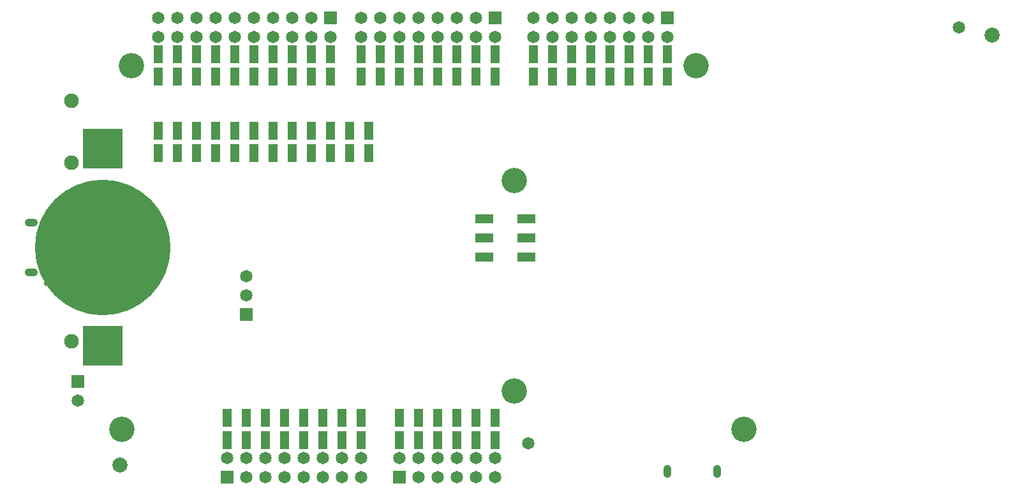
<source format=gbs>
G04 Layer_Color=16711935*
%FSLAX24Y24*%
%MOIN*%
G70*
G01*
G75*
%ADD183C,0.0787*%
%ADD189R,0.0462X0.0922*%
%ADD226O,0.0414X0.0690*%
%ADD227C,0.1320*%
%ADD228R,0.0651X0.0651*%
%ADD229C,0.0651*%
%ADD230O,0.0690X0.0414*%
%ADD231R,0.0651X0.0651*%
%ADD232C,0.0761*%
%ADD233C,0.0300*%
%ADD234C,0.7087*%
%ADD235R,0.2060X0.2060*%
G04:AMPARAMS|DCode=236|XSize=399.7mil|YSize=399.7mil|CornerRadius=101.4mil|HoleSize=0mil|Usage=FLASHONLY|Rotation=270.000|XOffset=0mil|YOffset=0mil|HoleType=Round|Shape=RoundedRectangle|*
%AMROUNDEDRECTD236*
21,1,0.3997,0.1969,0,0,270.0*
21,1,0.1969,0.3997,0,0,270.0*
1,1,0.2029,-0.0984,-0.0984*
1,1,0.2029,-0.0984,0.0984*
1,1,0.2029,0.0984,0.0984*
1,1,0.2029,0.0984,-0.0984*
%
%ADD236ROUNDEDRECTD236*%
%ADD237R,0.0934X0.0462*%
D183*
X5411Y1120D02*
D03*
X50973Y23600D02*
D03*
D189*
X16400Y18577D02*
D03*
X15400D02*
D03*
X18400Y18577D02*
D03*
X17400Y18577D02*
D03*
X14400D02*
D03*
X13400D02*
D03*
X12400Y18577D02*
D03*
X11400Y18577D02*
D03*
X18400Y17423D02*
D03*
X17400Y17423D02*
D03*
X16400D02*
D03*
X13400D02*
D03*
X12400Y17423D02*
D03*
X15400Y17423D02*
D03*
X14400D02*
D03*
X10400Y18577D02*
D03*
X9400D02*
D03*
X8400Y18577D02*
D03*
X7400D02*
D03*
X11400Y17423D02*
D03*
X10400D02*
D03*
X9400D02*
D03*
X8400Y17423D02*
D03*
X7400D02*
D03*
X17000Y2423D02*
D03*
Y3577D02*
D03*
X18000Y2423D02*
D03*
Y3577D02*
D03*
X12000Y2423D02*
D03*
Y3577D02*
D03*
X13000D02*
D03*
Y2423D02*
D03*
X14000Y3577D02*
D03*
Y2423D02*
D03*
X16000Y3577D02*
D03*
Y2423D02*
D03*
X15000Y3577D02*
D03*
Y2423D02*
D03*
X11000D02*
D03*
Y3577D02*
D03*
X19000Y22577D02*
D03*
Y21423D02*
D03*
X18000Y22577D02*
D03*
Y21423D02*
D03*
X24000Y22577D02*
D03*
Y21423D02*
D03*
X23000D02*
D03*
Y22577D02*
D03*
X22000Y21423D02*
D03*
Y22577D02*
D03*
X20000Y21423D02*
D03*
Y22577D02*
D03*
X21000Y21423D02*
D03*
Y22577D02*
D03*
X25000D02*
D03*
Y21423D02*
D03*
X8400Y22577D02*
D03*
Y21423D02*
D03*
X7400Y22577D02*
D03*
Y21423D02*
D03*
X16400D02*
D03*
Y22577D02*
D03*
X12400D02*
D03*
Y21423D02*
D03*
X11400Y22577D02*
D03*
Y21423D02*
D03*
X13400Y22577D02*
D03*
Y21423D02*
D03*
X14400Y22577D02*
D03*
Y21423D02*
D03*
X15400D02*
D03*
Y22577D02*
D03*
X9400Y21423D02*
D03*
Y22577D02*
D03*
X10400Y21423D02*
D03*
Y22577D02*
D03*
X20000Y3577D02*
D03*
Y2423D02*
D03*
X24000D02*
D03*
Y3577D02*
D03*
X25000Y2423D02*
D03*
Y3577D02*
D03*
X23000Y2423D02*
D03*
Y3577D02*
D03*
X22000Y2423D02*
D03*
Y3577D02*
D03*
X21000D02*
D03*
Y2423D02*
D03*
X28000Y22577D02*
D03*
Y21423D02*
D03*
X27000Y22577D02*
D03*
Y21423D02*
D03*
X33000Y22577D02*
D03*
Y21423D02*
D03*
X32000D02*
D03*
Y22577D02*
D03*
X31000Y21423D02*
D03*
Y22577D02*
D03*
X29000Y21423D02*
D03*
Y22577D02*
D03*
X30000Y21423D02*
D03*
Y22577D02*
D03*
X34000D02*
D03*
Y21423D02*
D03*
D226*
X36626Y800D02*
D03*
X34027D02*
D03*
D227*
X26000Y5000D02*
D03*
Y16000D02*
D03*
X5500Y3000D02*
D03*
X6000Y22000D02*
D03*
X38000Y3000D02*
D03*
X35500Y22000D02*
D03*
D228*
X12000Y9000D02*
D03*
X3220Y5490D02*
D03*
D229*
X12000Y10000D02*
D03*
Y11000D02*
D03*
X26750Y2250D02*
D03*
X49250Y24000D02*
D03*
X23000Y24500D02*
D03*
X22000D02*
D03*
X24000D02*
D03*
X25000Y23500D02*
D03*
X23000D02*
D03*
X22000D02*
D03*
X24000D02*
D03*
X21000Y24500D02*
D03*
Y23500D02*
D03*
X19000Y24500D02*
D03*
X18000D02*
D03*
X20000D02*
D03*
Y23500D02*
D03*
X18000D02*
D03*
X19000D02*
D03*
X13400Y24500D02*
D03*
X12400D02*
D03*
X15400D02*
D03*
X14400D02*
D03*
X16400Y23500D02*
D03*
X15400D02*
D03*
X13400D02*
D03*
X12400D02*
D03*
X14400D02*
D03*
X11400Y24500D02*
D03*
X10400Y23500D02*
D03*
Y24500D02*
D03*
X8400D02*
D03*
X7400D02*
D03*
X9400D02*
D03*
Y23500D02*
D03*
X11400D02*
D03*
X7400D02*
D03*
X8400D02*
D03*
X32000Y24500D02*
D03*
X31000D02*
D03*
X33000D02*
D03*
X34000Y23500D02*
D03*
X32000D02*
D03*
X31000D02*
D03*
X33000D02*
D03*
X30000Y24500D02*
D03*
Y23500D02*
D03*
X28000Y24500D02*
D03*
X27000D02*
D03*
X29000D02*
D03*
Y23500D02*
D03*
X27000D02*
D03*
X28000D02*
D03*
X3220Y4490D02*
D03*
X25000Y1500D02*
D03*
X24000D02*
D03*
Y500D02*
D03*
X22000Y1500D02*
D03*
X21000D02*
D03*
X23000D02*
D03*
X25000Y500D02*
D03*
X23000D02*
D03*
X21000D02*
D03*
X22000D02*
D03*
X20000Y1500D02*
D03*
X18000D02*
D03*
X17000D02*
D03*
X18000Y500D02*
D03*
X16000Y1500D02*
D03*
X14000D02*
D03*
X13000D02*
D03*
X15000D02*
D03*
X17000Y500D02*
D03*
X16000D02*
D03*
X14000D02*
D03*
X13000D02*
D03*
X15000D02*
D03*
X12000Y1500D02*
D03*
X11000D02*
D03*
X12000Y500D02*
D03*
D230*
X765Y13799D02*
D03*
Y11201D02*
D03*
D231*
X25000Y24500D02*
D03*
X16400D02*
D03*
X34000D02*
D03*
X20000Y500D02*
D03*
X11000D02*
D03*
D232*
X2880Y7590D02*
D03*
Y16929D02*
D03*
Y20157D02*
D03*
D233*
X1590Y10630D02*
D03*
X5930Y15480D02*
D03*
X6310Y14550D02*
D03*
X6620Y11560D02*
D03*
X6697Y12255D02*
D03*
X4697Y15255D02*
D03*
X3370Y15434D02*
D03*
X2790Y13554D02*
D03*
X1360Y11844D02*
D03*
Y12754D02*
D03*
X4326Y11795D02*
D03*
X3700Y13504D02*
D03*
X5296Y11670D02*
D03*
X4500Y14500D02*
D03*
X4216Y11080D02*
D03*
X2446Y11870D02*
D03*
X6300Y12360D02*
D03*
X3210Y14500D02*
D03*
X2760Y15190D02*
D03*
X7140Y14630D02*
D03*
X3140Y11780D02*
D03*
X2670Y11360D02*
D03*
X4650Y10990D02*
D03*
X5060D02*
D03*
X5020Y9660D02*
D03*
X4670D02*
D03*
D234*
X4500Y12494D02*
D03*
D235*
Y17644D02*
D03*
Y7344D02*
D03*
D236*
Y12494D02*
D03*
D237*
X24438Y12000D02*
D03*
X26662D02*
D03*
X24438Y13000D02*
D03*
Y14000D02*
D03*
X26662Y13000D02*
D03*
Y14000D02*
D03*
M02*

</source>
